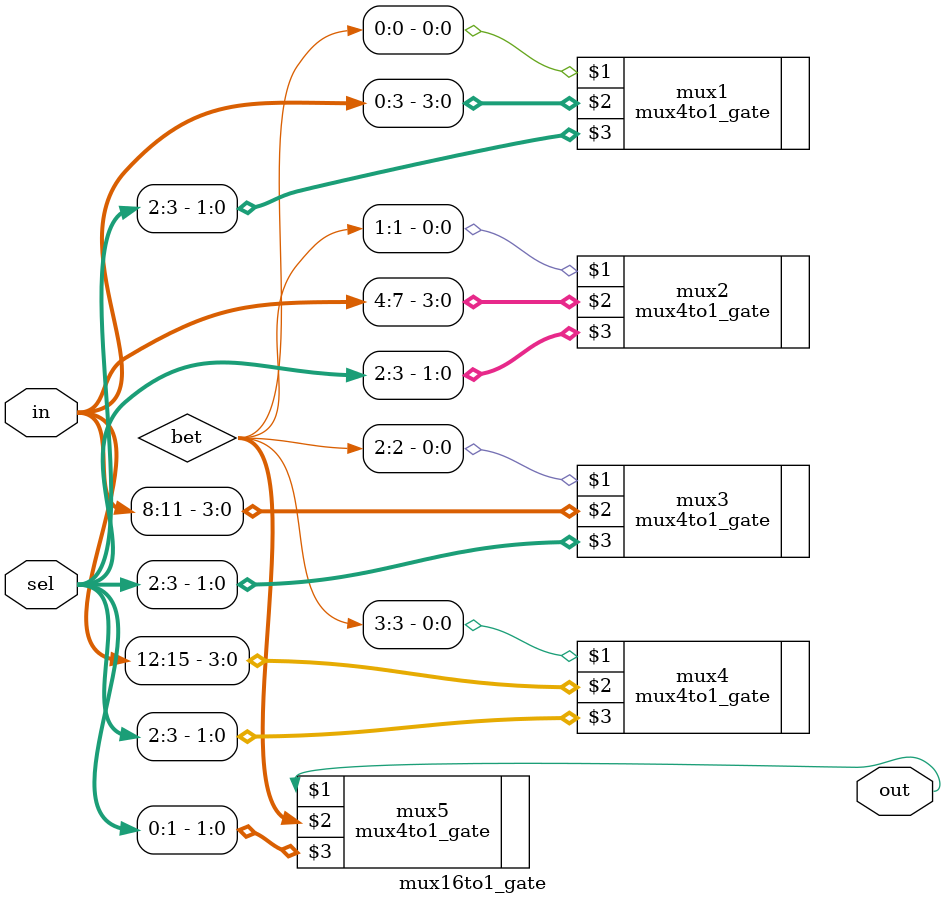
<source format=v>
`include "mux4to1.v"
module mux16to1_gate(out, in, sel);
	input [0:15] in;
	input [0:3] sel;
	output out;
	
	wire [0:3] bet;
	
	mux4to1_gate mux1(bet[0], in[0:3], sel[2:3]);
	mux4to1_gate mux2(bet[1], in[4:7], sel[2:3]);
	mux4to1_gate mux3(bet[2], in[8:11], sel[2:3]);
	mux4to1_gate mux4(bet[3], in[12:15], sel[2:3]);
	mux4to1_gate mux5(out, bet, sel[0:1]);
endmodule
</source>
